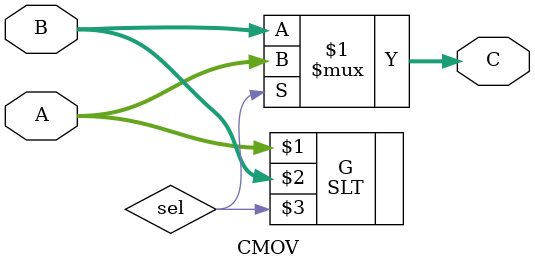
<source format=v>
`timescale 1ns / 1ps


module CMOV #(parameter N = 32)(
    input [N-1:0] A,
    input [N-1:0] B,
    output [N-1:0] C
    );
    
    wire sel;
    SLT #(N) G(A, B, sel);
    assign C = sel ? A : B;
endmodule

</source>
